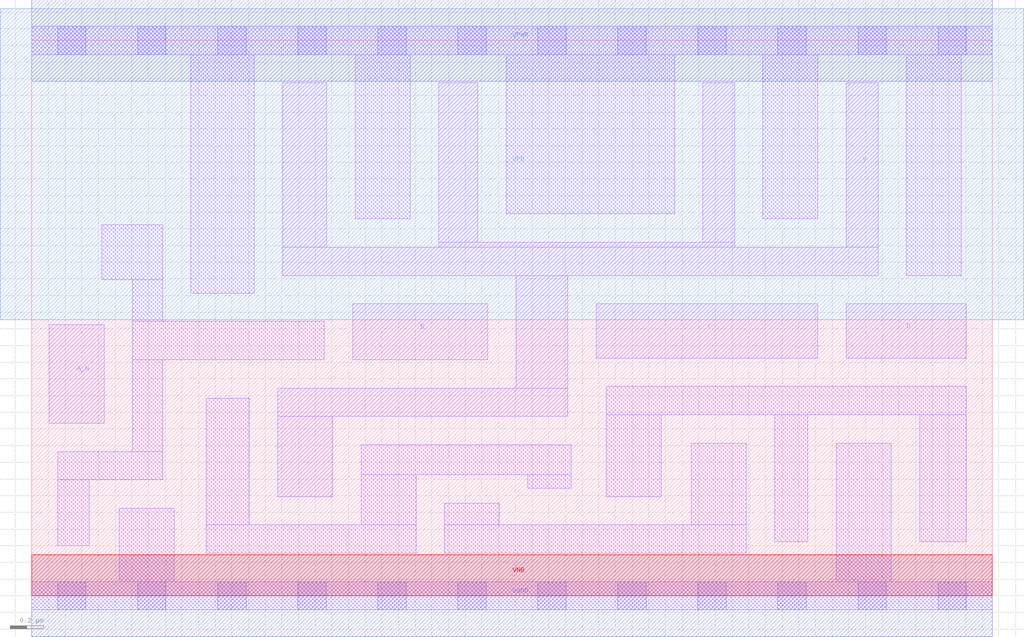
<source format=lef>
# Copyright 2020 The SkyWater PDK Authors
#
# Licensed under the Apache License, Version 2.0 (the "License");
# you may not use this file except in compliance with the License.
# You may obtain a copy of the License at
#
#     https://www.apache.org/licenses/LICENSE-2.0
#
# Unless required by applicable law or agreed to in writing, software
# distributed under the License is distributed on an "AS IS" BASIS,
# WITHOUT WARRANTIES OR CONDITIONS OF ANY KIND, either express or implied.
# See the License for the specific language governing permissions and
# limitations under the License.
#
# SPDX-License-Identifier: Apache-2.0

VERSION 5.7 ;
  NOWIREEXTENSIONATPIN ON ;
  DIVIDERCHAR "/" ;
  BUSBITCHARS "[]" ;
MACRO sky130_fd_sc_lp__nand4b_2
  CLASS CORE ;
  FOREIGN sky130_fd_sc_lp__nand4b_2 ;
  ORIGIN  0.000000  0.000000 ;
  SIZE  5.760000 BY  3.330000 ;
  SYMMETRY X Y R90 ;
  SITE unit ;
  PIN A_N
    ANTENNAGATEAREA  0.126000 ;
    DIRECTION INPUT ;
    USE SIGNAL ;
    PORT
      LAYER li1 ;
        RECT 0.105000 1.035000 0.435000 1.625000 ;
    END
  END A_N
  PIN B
    ANTENNAGATEAREA  0.630000 ;
    DIRECTION INPUT ;
    USE SIGNAL ;
    PORT
      LAYER li1 ;
        RECT 1.925000 1.415000 2.735000 1.750000 ;
    END
  END B
  PIN C
    ANTENNAGATEAREA  0.630000 ;
    DIRECTION INPUT ;
    USE SIGNAL ;
    PORT
      LAYER li1 ;
        RECT 3.385000 1.425000 4.715000 1.750000 ;
    END
  END C
  PIN D
    ANTENNAGATEAREA  0.630000 ;
    DIRECTION INPUT ;
    USE SIGNAL ;
    PORT
      LAYER li1 ;
        RECT 4.885000 1.425000 5.605000 1.750000 ;
    END
  END D
  PIN Y
    ANTENNADIFFAREA  1.659000 ;
    DIRECTION OUTPUT ;
    USE SIGNAL ;
    PORT
      LAYER li1 ;
        RECT 1.475000 0.595000 1.805000 1.075000 ;
        RECT 1.475000 1.075000 3.215000 1.245000 ;
        RECT 1.505000 1.920000 5.075000 2.090000 ;
        RECT 1.505000 2.090000 1.770000 3.075000 ;
        RECT 2.440000 2.090000 4.215000 2.120000 ;
        RECT 2.440000 2.120000 2.675000 3.075000 ;
        RECT 2.905000 1.245000 3.215000 1.920000 ;
        RECT 4.025000 2.120000 4.215000 3.075000 ;
        RECT 4.885000 2.090000 5.075000 3.075000 ;
    END
  END Y
  PIN VGND
    DIRECTION INOUT ;
    USE GROUND ;
    PORT
      LAYER met1 ;
        RECT 0.000000 -0.245000 5.760000 0.245000 ;
    END
  END VGND
  PIN VNB
    DIRECTION INOUT ;
    USE GROUND ;
    PORT
      LAYER pwell ;
        RECT 0.000000 0.000000 5.760000 0.245000 ;
    END
  END VNB
  PIN VPB
    DIRECTION INOUT ;
    USE POWER ;
    PORT
      LAYER nwell ;
        RECT -0.190000 1.655000 5.950000 3.520000 ;
    END
  END VPB
  PIN VPWR
    DIRECTION INOUT ;
    USE POWER ;
    PORT
      LAYER met1 ;
        RECT 0.000000 3.085000 5.760000 3.575000 ;
    END
  END VPWR
  OBS
    LAYER li1 ;
      RECT 0.000000 -0.085000 5.760000 0.085000 ;
      RECT 0.000000  3.245000 5.760000 3.415000 ;
      RECT 0.155000  0.300000 0.345000 0.695000 ;
      RECT 0.155000  0.695000 0.785000 0.865000 ;
      RECT 0.420000  1.895000 0.785000 2.225000 ;
      RECT 0.525000  0.085000 0.855000 0.525000 ;
      RECT 0.605000  0.865000 0.785000 1.415000 ;
      RECT 0.605000  1.415000 1.755000 1.645000 ;
      RECT 0.605000  1.645000 0.785000 1.895000 ;
      RECT 0.955000  1.815000 1.335000 3.245000 ;
      RECT 1.045000  0.255000 2.305000 0.425000 ;
      RECT 1.045000  0.425000 1.305000 1.185000 ;
      RECT 1.940000  2.260000 2.270000 3.245000 ;
      RECT 1.975000  0.425000 2.305000 0.725000 ;
      RECT 1.975000  0.725000 3.235000 0.905000 ;
      RECT 2.475000  0.255000 4.285000 0.425000 ;
      RECT 2.475000  0.425000 2.805000 0.555000 ;
      RECT 2.845000  2.290000 3.855000 3.245000 ;
      RECT 2.975000  0.645000 3.235000 0.725000 ;
      RECT 3.445000  0.595000 3.775000 1.085000 ;
      RECT 3.445000  1.085000 5.605000 1.255000 ;
      RECT 3.955000  0.425000 4.285000 0.915000 ;
      RECT 4.385000  2.260000 4.715000 3.245000 ;
      RECT 4.455000  0.325000 4.655000 1.085000 ;
      RECT 4.825000  0.085000 5.155000 0.915000 ;
      RECT 5.245000  1.920000 5.575000 3.245000 ;
      RECT 5.325000  0.325000 5.605000 1.085000 ;
    LAYER mcon ;
      RECT 0.155000 -0.085000 0.325000 0.085000 ;
      RECT 0.155000  3.245000 0.325000 3.415000 ;
      RECT 0.635000 -0.085000 0.805000 0.085000 ;
      RECT 0.635000  3.245000 0.805000 3.415000 ;
      RECT 1.115000 -0.085000 1.285000 0.085000 ;
      RECT 1.115000  3.245000 1.285000 3.415000 ;
      RECT 1.595000 -0.085000 1.765000 0.085000 ;
      RECT 1.595000  3.245000 1.765000 3.415000 ;
      RECT 2.075000 -0.085000 2.245000 0.085000 ;
      RECT 2.075000  3.245000 2.245000 3.415000 ;
      RECT 2.555000 -0.085000 2.725000 0.085000 ;
      RECT 2.555000  3.245000 2.725000 3.415000 ;
      RECT 3.035000 -0.085000 3.205000 0.085000 ;
      RECT 3.035000  3.245000 3.205000 3.415000 ;
      RECT 3.515000 -0.085000 3.685000 0.085000 ;
      RECT 3.515000  3.245000 3.685000 3.415000 ;
      RECT 3.995000 -0.085000 4.165000 0.085000 ;
      RECT 3.995000  3.245000 4.165000 3.415000 ;
      RECT 4.475000 -0.085000 4.645000 0.085000 ;
      RECT 4.475000  3.245000 4.645000 3.415000 ;
      RECT 4.955000 -0.085000 5.125000 0.085000 ;
      RECT 4.955000  3.245000 5.125000 3.415000 ;
      RECT 5.435000 -0.085000 5.605000 0.085000 ;
      RECT 5.435000  3.245000 5.605000 3.415000 ;
  END
END sky130_fd_sc_lp__nand4b_2
END LIBRARY

</source>
